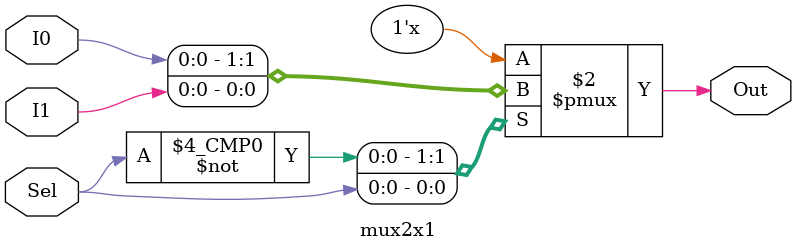
<source format=v>
module mux2x1(I0, I1, Sel, Out);
input I0, I1;
input Sel;
output Out;
reg Out;
	always @(I0, I1, Sel)
	case(Sel)
		1'b0:Out=I0;
		1'b1:Out=I1;
	endcase
endmodule

</source>
